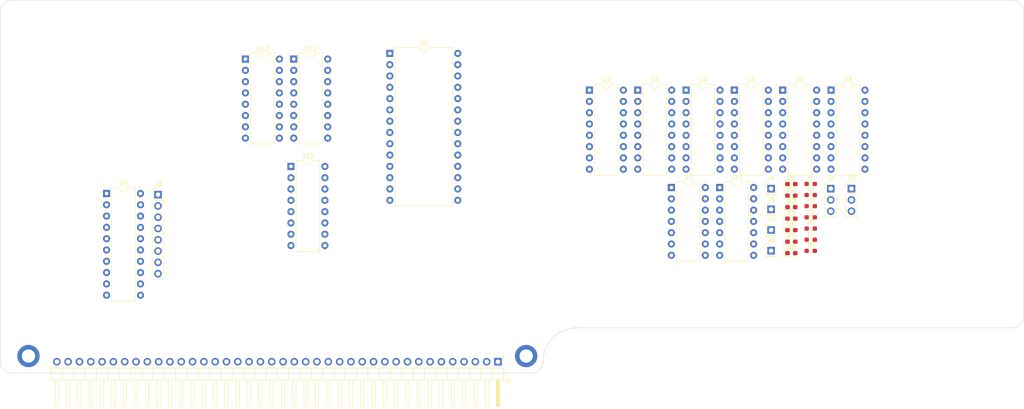
<source format=kicad_pcb>
(kicad_pcb (version 20221018) (generator pcbnew)
  (layers (0 "F.Cu" signal) (31 "B.Cu" signal) (34 "B.Paste" user) (35 "F.Paste" user) (36 "B.SilkS" user "B.Silkscreen") (37 "F.SilkS" user "F.Silkscreen") (38 "B.Mask" user) (39 "F.Mask" user) (44 "Edge.Cuts" user))
  (net 0 "")
  (net 1 "GND")
  (net 2 "Net-(D1-A)")
  (net 3 "Net-(D2-A)")
  (net 4 "Net-(D3-A)")
  (net 5 "Net-(D5-A)")
  (net 6 "Net-(D6-A)")
  (net 7 "Net-(D7-A)")
  (net 8 "Net-(D8-K)")
  (net 10 "+5V")
  (net 11 "/ext_clock")
  (net 12 "/reset_n")
  (net 13 "Net-(J1-Pin_5)")
  (net 14 "Net-(J1-Pin_6)")
  (net 15 "Net-(J1-Pin_7)")
  (net 16 "Net-(J1-Pin_8)")
  (net 17 "/Data_Bus_0_LSB")
  (net 18 "/Data_Bus_1")
  (net 19 "/Data_Bus_2")
  (net 20 "/Data_Bus_3")
  (net 21 "/Data_Bus_4")
  (net 22 "/Data_Bus_5")
  (net 23 "/Data_Bus_6")
  (net 24 "/Data_Bus_7_MSB")
  (net 25 "/Addr_0_LSB")
  (net 26 "/Addr_1")
  (net 27 "/Addr_2")
  (net 28 "/Addr_3")
  (net 29 "/Addr_4")
  (net 30 "/Addr_5")
  (net 31 "/Addr_6")
  (net 32 "/Addr_7")
  (net 33 "/Addr_8")
  (net 34 "/Addr_9")
  (net 35 "/Addr_10")
  (net 36 "/Addr_11")
  (net 37 "/Addr_12")
  (net 38 "/Addr_13")
  (net 39 "/Addr_14")
  (net 40 "/Addr_15_MSB")
  (net 41 "/Aux_Bus_0_LSB")
  (net 42 "/Aux_Bus_1")
  (net 43 "/Aux_Bus_2")
  (net 44 "/Aux_Bus_3")
  (net 45 "/Aux_Bus_4")
  (net 46 "/Aux_Bus_5")
  (net 47 "/Aux_Bus_6")
  (net 48 "/Aux_Bus_7_MSB")
  (net 49 "Net-(J5-Pin_1)")
  (net 50 "Net-(J5-Pin_2)")
  (net 51 "Net-(J5-Pin_3)")
  (net 55 "/PC_14")
  (net 56 "/PC_12")
  (net 57 "/PC_7")
  (net 58 "/PC_6")
  (net 59 "/PC_5")
  (net 60 "/PC_4")
  (net 61 "/PC_3")
  (net 62 "/PC_2")
  (net 63 "/PC_1")
  (net 64 "/PC_0")
  (net 73 "/PC_10")
  (net 74 "/PC_11")
  (net 75 "/PC_9")
  (net 76 "/PC_8")
  (net 77 "/PC_13")
  (net 78 "/ram_addr_0")
  (net 81 "/wb_4")
  (net 82 "/ram_0_n")
  (net 83 "/wb_5")
  (net 84 "/ram_1_n")
  (net 85 "/ram_2_n")
  (net 86 "/wb_6")
  (net 87 "/ram_3_n")
  (net 88 "/wb_7")
  (net 89 "/ram_addr_1")
  (net 90 "/int_bus_mux_sel_1")
  (net 91 "/anb_0")
  (net 92 "/apb_0")
  (net 95 "/int_bus_0")
  (net 96 "/int_bus_1")
  (net 99 "/apb_1")
  (net 100 "/anb_1")
  (net 101 "/int_bus_mux_sel_0")
  (net 102 "/anb_2")
  (net 103 "/apb_2")
  (net 106 "/int_bus_2")
  (net 107 "/int_bus_3")
  (net 110 "/apb_3")
  (net 111 "/anb_3")
  (net 112 "/opb_1")
  (net 113 "/opa_1")
  (net 114 "/opa_0")
  (net 115 "/opb_0")
  (net 116 "/a_plus_b_carry_in")
  (net 117 "/a_plus_b_carry_out")
  (net 118 "/opb_3")
  (net 119 "/opa_3")
  (net 120 "/opa_2")
  (net 121 "/opb_2")
  (net 123 "/a_equals_b")
  (net 125 "/jump_sel_1")
  (net 126 "/pc_load_upper_n")
  (net 132 "/jump_sel_0")
  (net 136 "/pc_reset_upper_n")
  (net 137 "/pc_clock")
  (net 138 "/pc_intermediate_carry")
  (net 140 "/pc_6_n")
  (net 141 "/pc_reset_lower")
  (net 143 "/reset_lower")
  (net 144 "/pc_3_n")
  (footprint "Resistor_SMD:R_0603_1608Metric_Pad0.98x0.95mm_HandSolder" (layer "F.Cu") (at 233.565 132.145)
    (fp_text reference "r3" (at 0 -1.43) (layer "F.SilkS"))
    (fp_text value "470")
    (pad "1" smd roundrect (at -0.9125 0) (size 0.975 0.95) (layers "F.Cu" "F.Paste" "F.Mask") (net 3 "Net-(D2-A)"))
    (pad "2" smd roundrect (at 0.9125 0) (size 0.975 0.95) (layers "F.Cu" "F.Paste" "F.Mask") (net 49 "Net-(J5-Pin_1)"))
  )
  (footprint "Package_DIP:DIP-20_W7.62mm" (layer "F.Cu") (at 75.445 129.29)
    (fp_text reference "U9" (at 3.81 -2.33) (layer "F.SilkS"))
    (fp_text value "74LS273")
    (pad "1" thru_hole rect (at 0 0) (size 1.6 1.6) (drill 0.8) (layers "*.Cu" "*.Mask"))
    (pad "2" thru_hole oval (at 0 2.54) (size 1.6 1.6) (drill 0.8) (layers "*.Cu" "*.Mask") (net 114 "/opa_0"))
    (pad "3" thru_hole oval (at 0 5.08) (size 1.6 1.6) (drill 0.8) (layers "*.Cu" "*.Mask") (net 95 "/int_bus_0"))
    (pad "4" thru_hole oval (at 0 7.62) (size 1.6 1.6) (drill 0.8) (layers "*.Cu" "*.Mask") (net 96 "/int_bus_1"))
    (pad "5" thru_hole oval (at 0 10.16) (size 1.6 1.6) (drill 0.8) (layers "*.Cu" "*.Mask") (net 113 "/opa_1"))
    (pad "6" thru_hole oval (at 0 12.7) (size 1.6 1.6) (drill 0.8) (layers "*.Cu" "*.Mask") (net 120 "/opa_2"))
    (pad "7" thru_hole oval (at 0 15.24) (size 1.6 1.6) (drill 0.8) (layers "*.Cu" "*.Mask") (net 106 "/int_bus_2"))
    (pad "8" thru_hole oval (at 0 17.78) (size 1.6 1.6) (drill 0.8) (layers "*.Cu" "*.Mask") (net 107 "/int_bus_3"))
    (pad "9" thru_hole oval (at 0 20.32) (size 1.6 1.6) (drill 0.8) (layers "*.Cu" "*.Mask") (net 119 "/opa_3"))
    (pad "10" thru_hole oval (at 0 22.86) (size 1.6 1.6) (drill 0.8) (layers "*.Cu" "*.Mask") (net 1 "GND"))
    (pad "11" thru_hole oval (at 7.62 22.86) (size 1.6 1.6) (drill 0.8) (layers "*.Cu" "*.Mask"))
    (pad "12" thru_hole oval (at 7.62 20.32) (size 1.6 1.6) (drill 0.8) (layers "*.Cu" "*.Mask") (net 81 "/wb_4"))
    (pad "13" thru_hole oval (at 7.62 17.78) (size 1.6 1.6) (drill 0.8) (layers "*.Cu" "*.Mask") (net 114 "/opa_0"))
    (pad "14" thru_hole oval (at 7.62 15.24) (size 1.6 1.6) (drill 0.8) (layers "*.Cu" "*.Mask") (net 113 "/opa_1"))
    (pad "15" thru_hole oval (at 7.62 12.7) (size 1.6 1.6) (drill 0.8) (layers "*.Cu" "*.Mask") (net 83 "/wb_5"))
    (pad "16" thru_hole oval (at 7.62 10.16) (size 1.6 1.6) (drill 0.8) (layers "*.Cu" "*.Mask") (net 86 "/wb_6"))
    (pad "17" thru_hole oval (at 7.62 7.62) (size 1.6 1.6) (drill 0.8) (layers "*.Cu" "*.Mask") (net 120 "/opa_2"))
    (pad "18" thru_hole oval (at 7.62 5.08) (size 1.6 1.6) (drill 0.8) (layers "*.Cu" "*.Mask") (net 119 "/opa_3"))
    (pad "19" thru_hole oval (at 7.62 2.54) (size 1.6 1.6) (drill 0.8) (layers "*.Cu" "*.Mask") (net 88 "/wb_7"))
    (pad "20" thru_hole oval (at 7.62 0) (size 1.6 1.6) (drill 0.8) (layers "*.Cu" "*.Mask") (net 10 "+5V"))
  )
  (footprint "Package_DIP:DIP-16_W7.62mm" (layer "F.Cu") (at 183.875 106.045)
    (fp_text reference "U2" (at 3.81 -2.33) (layer "F.SilkS"))
    (fp_text value "~")
    (pad "1" thru_hole rect (at 0 0) (size 1.6 1.6) (drill 0.8) (layers "*.Cu" "*.Mask") (net 78 "/ram_addr_0"))
    (pad "2" thru_hole oval (at 0 2.54) (size 1.6 1.6) (drill 0.8) (layers "*.Cu" "*.Mask"))
    (pad "3" thru_hole oval (at 0 5.08) (size 1.6 1.6) (drill 0.8) (layers "*.Cu" "*.Mask"))
    (pad "4" thru_hole oval (at 0 7.62) (size 1.6 1.6) (drill 0.8) (layers "*.Cu" "*.Mask") (net 81 "/wb_4"))
    (pad "5" thru_hole oval (at 0 10.16) (size 1.6 1.6) (drill 0.8) (layers "*.Cu" "*.Mask") (net 82 "/ram_0_n"))
    (pad "6" thru_hole oval (at 0 12.7) (size 1.6 1.6) (drill 0.8) (layers "*.Cu" "*.Mask") (net 83 "/wb_5"))
    (pad "7" thru_hole oval (at 0 15.24) (size 1.6 1.6) (drill 0.8) (layers "*.Cu" "*.Mask") (net 84 "/ram_1_n"))
    (pad "8" thru_hole oval (at 0 17.78) (size 1.6 1.6) (drill 0.8) (layers "*.Cu" "*.Mask") (net 1 "GND"))
    (pad "9" thru_hole oval (at 7.62 17.78) (size 1.6 1.6) (drill 0.8) (layers "*.Cu" "*.Mask") (net 85 "/ram_2_n"))
    (pad "10" thru_hole oval (at 7.62 15.24) (size 1.6 1.6) (drill 0.8) (layers "*.Cu" "*.Mask") (net 86 "/wb_6"))
    (pad "11" thru_hole oval (at 7.62 12.7) (size 1.6 1.6) (drill 0.8) (layers "*.Cu" "*.Mask") (net 87 "/ram_3_n"))
    (pad "12" thru_hole oval (at 7.62 10.16) (size 1.6 1.6) (drill 0.8) (layers "*.Cu" "*.Mask") (net 88 "/wb_7"))
    (pad "13" thru_hole oval (at 7.62 7.62) (size 1.6 1.6) (drill 0.8) (layers "*.Cu" "*.Mask") (net 1 "GND"))
    (pad "14" thru_hole oval (at 7.62 5.08) (size 1.6 1.6) (drill 0.8) (layers "*.Cu" "*.Mask") (net 1 "GND"))
    (pad "15" thru_hole oval (at 7.62 2.54) (size 1.6 1.6) (drill 0.8) (layers "*.Cu" "*.Mask") (net 89 "/ram_addr_1"))
    (pad "16" thru_hole oval (at 7.62 0) (size 1.6 1.6) (drill 0.8) (layers "*.Cu" "*.Mask") (net 10 "+5V"))
  )
  (footprint "Package_DIP:DIP-16_W7.62mm" (layer "F.Cu") (at 205.575 106.045)
    (fp_text reference "U4" (at 3.81 -2.33) (layer "F.SilkS"))
    (fp_text value "74LS153")
    (pad "1" thru_hole rect (at 0 0) (size 1.6 1.6) (drill 0.8) (layers "*.Cu" "*.Mask") (net 1 "GND"))
    (pad "2" thru_hole oval (at 0 2.54) (size 1.6 1.6) (drill 0.8) (layers "*.Cu" "*.Mask") (net 90 "/int_bus_mux_sel_1"))
    (pad "3" thru_hole oval (at 0 5.08) (size 1.6 1.6) (drill 0.8) (layers "*.Cu" "*.Mask") (net 102 "/anb_2"))
    (pad "4" thru_hole oval (at 0 7.62) (size 1.6 1.6) (drill 0.8) (layers "*.Cu" "*.Mask") (net 103 "/apb_2"))
    (pad "5" thru_hole oval (at 0 10.16) (size 1.6 1.6) (drill 0.8) (layers "*.Cu" "*.Mask"))
    (pad "6" thru_hole oval (at 0 12.7) (size 1.6 1.6) (drill 0.8) (layers "*.Cu" "*.Mask"))
    (pad "7" thru_hole oval (at 0 15.24) (size 1.6 1.6) (drill 0.8) (layers "*.Cu" "*.Mask") (net 106 "/int_bus_2"))
    (pad "8" thru_hole oval (at 0 17.78) (size 1.6 1.6) (drill 0.8) (layers "*.Cu" "*.Mask") (net 1 "GND"))
    (pad "9" thru_hole oval (at 7.62 17.78) (size 1.6 1.6) (drill 0.8) (layers "*.Cu" "*.Mask") (net 107 "/int_bus_3"))
    (pad "10" thru_hole oval (at 7.62 15.24) (size 1.6 1.6) (drill 0.8) (layers "*.Cu" "*.Mask"))
    (pad "11" thru_hole oval (at 7.62 12.7) (size 1.6 1.6) (drill 0.8) (layers "*.Cu" "*.Mask"))
    (pad "12" thru_hole oval (at 7.62 10.16) (size 1.6 1.6) (drill 0.8) (layers "*.Cu" "*.Mask") (net 110 "/apb_3"))
    (pad "13" thru_hole oval (at 7.62 7.62) (size 1.6 1.6) (drill 0.8) (layers "*.Cu" "*.Mask") (net 111 "/anb_3"))
    (pad "14" thru_hole oval (at 7.62 5.08) (size 1.6 1.6) (drill 0.8) (layers "*.Cu" "*.Mask") (net 101 "/int_bus_mux_sel_0"))
    (pad "15" thru_hole oval (at 7.62 2.54) (size 1.6 1.6) (drill 0.8) (layers "*.Cu" "*.Mask") (net 1 "GND"))
    (pad "16" thru_hole oval (at 7.62 0) (size 1.6 1.6) (drill 0.8) (layers "*.Cu" "*.Mask") (net 10 "+5V"))
  )
  (footprint "Resistor_SMD:R_0603_1608Metric_Pad0.98x0.95mm_HandSolder" (layer "F.Cu") (at 233.565 127.125)
    (fp_text reference "r1" (at 0 -1.43) (layer "F.SilkS"))
    (fp_text value "470")
    (pad "1" smd roundrect (at -0.9125 0) (size 0.975 0.95) (layers "F.Cu" "F.Paste" "F.Mask") (net 4 "Net-(D3-A)"))
    (pad "2" smd roundrect (at 0.9125 0) (size 0.975 0.95) (layers "F.Cu" "F.Paste" "F.Mask") (net 51 "Net-(J5-Pin_3)"))
  )
  (footprint "Package_DIP:DIP-16_W7.62mm" (layer "F.Cu") (at 116.85 123.205)
    (fp_text reference "U12" (at 3.81 -2.33) (layer "F.SilkS"))
    (fp_text value "74LS393")
    (pad "1" thru_hole rect (at 0 0) (size 1.6 1.6) (drill 0.8) (layers "*.Cu" "*.Mask") (net 137 "/pc_clock"))
    (pad "2" thru_hole oval (at 0 2.54) (size 1.6 1.6) (drill 0.8) (layers "*.Cu" "*.Mask") (net 141 "/pc_reset_lower"))
    (pad "3" thru_hole oval (at 0 5.08) (size 1.6 1.6) (drill 0.8) (layers "*.Cu" "*.Mask") (net 64 "/PC_0"))
    (pad "4" thru_hole oval (at 0 7.62) (size 1.6 1.6) (drill 0.8) (layers "*.Cu" "*.Mask") (net 63 "/PC_1"))
    (pad "5" thru_hole oval (at 0 10.16) (size 1.6 1.6) (drill 0.8) (layers "*.Cu" "*.Mask") (net 62 "/PC_2"))
    (pad "6" thru_hole oval (at 0 12.7) (size 1.6 1.6) (drill 0.8) (layers "*.Cu" "*.Mask") (net 61 "/PC_3"))
    (pad "7" thru_hole oval (at 0 15.24) (size 1.6 1.6) (drill 0.8) (layers "*.Cu" "*.Mask") (net 1 "GND"))
    (pad "8" thru_hole oval (at 0 17.78) (size 1.6 1.6) (drill 0.8) (layers "*.Cu" "*.Mask"))
    (pad "9" thru_hole oval (at 7.62 17.78) (size 1.6 1.6) (drill 0.8) (layers "*.Cu" "*.Mask") (net 58 "/PC_6"))
    (pad "10" thru_hole oval (at 7.62 15.24) (size 1.6 1.6) (drill 0.8) (layers "*.Cu" "*.Mask") (net 59 "/PC_5"))
    (pad "11" thru_hole oval (at 7.62 12.7) (size 1.6 1.6) (drill 0.8) (layers "*.Cu" "*.Mask") (net 60 "/PC_4"))
    (pad "12" thru_hole oval (at 7.62 10.16) (size 1.6 1.6) (drill 0.8) (layers "*.Cu" "*.Mask") (net 143 "/reset_lower"))
    (pad "13" thru_hole oval (at 7.62 7.62) (size 1.6 1.6) (drill 0.8) (layers "*.Cu" "*.Mask") (net 144 "/pc_3_n"))
    (pad "14" thru_hole oval (at 7.62 5.08) (size 1.6 1.6) (drill 0.8) (layers "*.Cu" "*.Mask") (net 10 "+5V"))
    (pad "15" thru_hole oval (at 7.62 2.54) (size 1.6 1.6) (drill 0.8) (layers "*.Cu" "*.Mask"))
    (pad "16" thru_hole oval (at 7.62 0) (size 1.6 1.6) (drill 0.8) (layers "*.Cu" "*.Mask"))
  )
  (footprint "LED_SMD:LED_0603_1608Metric_Pad1.05x0.95mm_HandSolder" (layer "F.Cu") (at 229.22 134.935)
    (fp_text reference "D5" (at 0 -1.43) (layer "F.SilkS"))
    (fp_text value "CLK")
    (pad "1" smd roundrect (at -0.875 0) (size 1.05 0.95) (layers "F.Cu" "F.Paste" "F.Mask") (net 1 "GND"))
    (pad "2" smd roundrect (at 0.875 0) (size 1.05 0.95) (layers "F.Cu" "F.Paste" "F.Mask") (net 5 "Net-(D5-A)"))
  )
  (footprint "Package_DIP:DIP-14_W7.62mm" (layer "F.Cu") (at 213.125 127.945)
    (fp_text reference "U13" (at 3.81 -2.33) (layer "F.SilkS"))
    (fp_text value "74LS04")
    (pad "1" thru_hole rect (at 0 0) (size 1.6 1.6) (drill 0.8) (layers "*.Cu" "*.Mask") (net 82 "/ram_0_n"))
    (pad "2" thru_hole oval (at 0 2.54) (size 1.6 1.6) (drill 0.8) (layers "*.Cu" "*.Mask") (net 115 "/opb_0"))
    (pad "3" thru_hole oval (at 0 5.08) (size 1.6 1.6) (drill 0.8) (layers "*.Cu" "*.Mask") (net 84 "/ram_1_n"))
    (pad "4" thru_hole oval (at 0 7.62) (size 1.6 1.6) (drill 0.8) (layers "*.Cu" "*.Mask") (net 112 "/opb_1"))
    (pad "5" thru_hole oval (at 0 10.16) (size 1.6 1.6) (drill 0.8) (layers "*.Cu" "*.Mask") (net 85 "/ram_2_n"))
    (pad "6" thru_hole oval (at 0 12.7) (size 1.6 1.6) (drill 0.8) (layers "*.Cu" "*.Mask") (net 121 "/opb_2"))
    (pad "7" thru_hole oval (at 0 15.24) (size 1.6 1.6) (drill 0.8) (layers "*.Cu" "*.Mask") (net 1 "GND"))
    (pad "8" thru_hole oval (at 7.62 15.24) (size 1.6 1.6) (drill 0.8) (layers "*.Cu" "*.Mask") (net 118 "/opb_3"))
    (pad "9" thru_hole oval (at 7.62 12.7) (size 1.6 1.6) (drill 0.8) (layers "*.Cu" "*.Mask") (net 87 "/ram_3_n"))
    (pad "10" thru_hole oval (at 7.62 10.16) (size 1.6 1.6) (drill 0.8) (layers "*.Cu" "*.Mask") (net 144 "/pc_3_n"))
    (pad "11" thru_hole oval (at 7.62 7.62) (size 1.6 1.6) (drill 0.8) (layers "*.Cu" "*.Mask") (net 61 "/PC_3"))
    (pad "12" thru_hole oval (at 7.62 5.08) (size 1.6 1.6) (drill 0.8) (layers "*.Cu" "*.Mask") (net 140 "/pc_6_n"))
    (pad "13" thru_hole oval (at 7.62 2.54) (size 1.6 1.6) (drill 0.8) (layers "*.Cu" "*.Mask") (net 58 "/PC_6"))
    (pad "14" thru_hole oval (at 7.62 0) (size 1.6 1.6) (drill 0.8) (layers "*.Cu" "*.Mask") (net 10 "+5V"))
  )
  (footprint "Connector_PinHeader_2.54mm:PinHeader_1x01_P2.54mm_Vertical" (layer "F.Cu") (at 224.675 137.495)
    (fp_text reference "J7" (at 0 -2.33) (layer "F.SilkS"))
    (fp_text value "Conn_01x01_Pin")
    (pad "1" thru_hole rect (at 0 0) (size 1.7 1.7) (drill 1) (layers "*.Cu" "*.Mask") (net 11 "/ext_clock"))
  )
  (footprint "LED_SMD:LED_0603_1608Metric_Pad1.05x0.95mm_HandSolder" (layer "F.Cu") (at 229.22 142.705)
    (fp_text reference "D8" (at 0 -1.43) (layer "F.SilkS"))
    (fp_text value "RESET")
    (pad "1" smd roundrect (at -0.875 0) (size 1.05 0.95) (layers "F.Cu" "F.Paste" "F.Mask") (net 8 "Net-(D8-K)"))
    (pad "2" smd roundrect (at 0.875 0) (size 1.05 0.95) (layers "F.Cu" "F.Paste" "F.Mask"))
  )
  (footprint "Connector_PinHeader_2.54mm:PinHeader_1x40_P2.54mm_Horizontal" (layer "F.Cu") (at 163.333592 167.10978 -90)
    (fp_text reference "J1" (at 4.385 -2.27 90) (layer "F.SilkS"))
    (fp_text value "Conn_01x40_Pin")
    (pad "1" thru_hole rect (at 0 0 270) (size 1.7 1.7) (drill 1) (layers "*.Cu" "*.Mask") (net 10 "+5V"))
    (pad "2" thru_hole oval (at 0 2.54 270) (size 1.7 1.7) (drill 1) (layers "*.Cu" "*.Mask") (net 1 "GND"))
    (pad "3" thru_hole oval (at 0 5.08 270) (size 1.7 1.7) (drill 1) (layers "*.Cu" "*.Mask") (net 11 "/ext_clock"))
    (pad "4" thru_hole oval (at 0 7.62 270) (size 1.7 1.7) (drill 1) (layers "*.Cu" "*.Mask") (net 12 "/reset_n"))
    (pad "5" thru_hole oval (at 0 10.16 270) (size 1.7 1.7) (drill 1) (layers "*.Cu" "*.Mask") (net 13 "Net-(J1-Pin_5)"))
    (pad "6" thru_hole oval (at 0 12.7 270) (size 1.7 1.7) (drill 1) (layers "*.Cu" "*.Mask") (net 14 "Net-(J1-Pin_6)"))
    (pad "7" thru_hole oval (at 0 15.24 270) (size 1.7 1.7) (drill 1) (layers "*.Cu" "*.Mask") (net 15 "Net-(J1-Pin_7)"))
    (pad "8" thru_hole oval (at 0 17.78 270) (size 1.7 1.7) (drill 1) (layers "*.Cu" "*.Mask") (net 16 "Net-(J1-Pin_8)"))
    (pad "9" thru_hole oval (at 0 20.32 270) (size 1.7 1.7) (drill 1) (layers "*.Cu" "*.Mask") (net 17 "/Data_Bus_0_LSB"))
    (pad "10" thru_hole oval (at 0 22.86 270) (size 1.7 1.7) (drill 1) (layers "*.Cu" "*.Mask") (net 18 "/Data_Bus_1"))
    (pad "11" thru_hole oval (at 0 25.4 270) (size 1.7 1.7) (drill 1) (layers "*.Cu" "*.Mask") (net 19 "/Data_Bus_2"))
    (pad "12" thru_hole oval (at 0 27.94 270) (size 1.7 1.7) (drill 1) (layers "*.Cu" "*.Mask") (net 20 "/Data_Bus_3"))
    (pad "13" thru_hole oval (at 0 30.48 270) (size 1.7 1.7) (drill 1) (layers "*.Cu" "*.Mask") (net 21 "/Data_Bus_4"))
    (pad "14" thru_hole oval (at 0 33.02 270) (size 1.7 1.7) (drill 1) (layers "*.Cu" "*.Mask") (net 22 "/Data_Bus_5"))
    (pad "15" thru_hole oval (at 0 35.56 270) (size 1.7 1.7) (drill 1) (layers "*.Cu" "*.Mask") (net 23 "/Data_Bus_6"))
    (pad "16" thru_hole oval (at 0 38.1 270) (size 1.7 1.7) (drill 1) (layers "*.Cu" "*.Mask") (net 24 "/Data_Bus_7_MSB"))
    (pad "17" thru_hole oval (at 0 40.64 270) (size 1.7 1.7) (drill 1) (layers "*.Cu" "*.Mask") (net 25 "/Addr_0_LSB"))
    (pad "18" thru_hole oval (at 0 43.18 270) (size 1.7 1.7) (drill 1) (layers "*.Cu" "*.Mask") (net 26 "/Addr_1"))
    (pad "19" thru_hole oval (at 0 45.72 270) (size 1.7 1.7) (drill 1) (layers "*.Cu" "*.Mask") (net 27 "/Addr_2"))
    (pad "20" thru_hole oval (at 0 48.26 270) (size 1.7 1.7) (drill 1) (layers "*.Cu" "*.Mask") (net 28 "/Addr_3"))
    (pad "21" thru_hole oval (at 0 50.8 270) (size 1.7 1.7) (drill 1) (layers "*.Cu" "*.Mask") (net 29 "/Addr_4"))
    (pad "22" thru_hole oval (at 0 53.34 270) (size 1.7 1.7) (drill 1) (layers "*.Cu" "*.Mask") (net 30 "/Addr_5"))
    (pad "23" thru_hole oval (at 0 55.88 270) (size 1.7 1.7) (drill 1) (layers "*.Cu" "*.Mask") (net 31 "/Addr_6"))
    (pad "24" thru_hole oval (at 0 58.42 270) (size 1.7 1.7) (drill 1) (layers "*.Cu" "*.Mask") (net 32 "/Addr_7"))
    (pad "25" thru_hole oval (at 0 60.96 270) (size 1.7 1.7) (drill 1) (layers "*.Cu" "*.Mask") (net 33 "/Addr_8"))
    (pad "26" thru_hole oval (at 0 63.5 270) (size 1.7 1.7) (drill 1) (layers "*.Cu" "*.Mask") (net 34 "/Addr_9"))
    (pad "27" thru_hole oval (at 0 66.04 270) (size 1.7 1.7) (drill 1) (layers "*.Cu" "*.Mask") (net 35 "/Addr_10"))
    (pad "28" thru_hole oval (at 0 68.58 270) (size 1.7 1.7) (drill 1) (layers "*.Cu" "*.Mask") (net 36 "/Addr_11"))
    (pad "29" thru_hole oval (at 0 71.12 270) (size 1.7 1.7) (drill 1) (layers "*.Cu" "*.Mask") (net 37 "/Addr_12"))
    (pad "30" thru_hole oval (at 0 73.66 270) (size 1.7 1.7) (drill 1) (layers "*.Cu" "*.Mask") (net 38 "/Addr_13"))
    (pad "31" thru_hole oval (at 0 76.2 270) (size 1.7 1.7) (drill 1) (layers "*.Cu" "*.Mask") (net 39 "/Addr_14"))
    (pad "32" thru_hole oval (at 0 78.74 270) (size 1.7 1.7) (drill 1) (layers "*.Cu" "*.Mask") (net 40 "/Addr_15_MSB"))
    (pad "33" thru_hole oval (at 0 81.28 270) (size 1.7 1.7) (drill 1) (layers "*.Cu" "*.Mask") (net 41 "/Aux_Bus_0_LSB"))
    (pad "34" thru_hole oval (at 0 83.82 270) (size 1.7 1.7) (drill 1) (layers "*.Cu" "*.Mask") (net 42 "/Aux_Bus_1"))
    (pad "35" thru_hole oval (at 0 86.36 270) (size 1.7 1.7) (drill 1) (layers "*.Cu" "*.Mask") (net 43 "/Aux_Bus_2"))
    (pad "36" thru_hole oval (at 0 88.9 270) (size 1.7 1.7) (drill 1) (layers "*.Cu" "*.Mask") (net 44 "/Aux_Bus_3"))
    (pad "37" thru_hole oval (at 0 91.44 270) (size 1.7 1.7) (drill 1) (layers "*.Cu" "*.Mask") (net 45 "/Aux_Bus_4"))
    (pad "38" thru_hole oval (at 0 93.98 270) (size 1.7 1.7) (drill 1) (layers "*.Cu" "*.Mask") (net 46 "/Aux_Bus_5"))
    (pad "39" thru_hole oval (at 0 96.52 270) (size 1.7 1.7) (drill 1) (layers "*.Cu" "*.Mask") (net 47 "/Aux_Bus_6"))
    (pad "40" thru_hole oval (at 0 99.06 270) (size 1.7 1.7) (drill 1) (layers "*.Cu" "*.Mask") (net 48 "/Aux_Bus_7_MSB"))
  )
  (footprint "Connector_PinHeader_2.54mm:PinHeader_1x01_P2.54mm_Vertical" (layer "F.Cu") (at 224.675 128.195)
    (fp_text reference "J4" (at 0 -2.33) (layer "F.SilkS"))
    (fp_text value "Conn_01x01_Pin")
    (pad "1" thru_hole rect (at 0 0) (size 1.7 1.7) (drill 1) (layers "*.Cu" "*.Mask") (net 13 "Net-(J1-Pin_5)"))
  )
  (footprint "Connector_PinHeader_2.54mm:PinHeader_1x08_P2.54mm_Vertical" (layer "F.Cu") (at 86.995 129.54)
    (fp_text reference "J3" (at 0 -2.33) (layer "F.SilkS"))
    (fp_text value "Conn_01x08_Pin")
    (pad "1" thru_hole rect (at 0 0) (size 1.7 1.7) (drill 1) (layers "*.Cu" "*.Mask") (net 41 "/Aux_Bus_0_LSB"))
    (pad "2" thru_hole oval (at 0 2.54) (size 1.7 1.7) (drill 1) (layers "*.Cu" "*.Mask") (net 42 "/Aux_Bus_1"))
    (pad "3" thru_hole oval (at 0 5.08) (size 1.7 1.7) (drill 1) (layers "*.Cu" "*.Mask") (net 43 "/Aux_Bus_2"))
    (pad "4" thru_hole oval (at 0 7.62) (size 1.7 1.7) (drill 1) (layers "*.Cu" "*.Mask") (net 44 "/Aux_Bus_3"))
    (pad "5" thru_hole oval (at 0 10.16) (size 1.7 1.7) (drill 1) (layers "*.Cu" "*.Mask") (net 45 "/Aux_Bus_4"))
    (pad "6" thru_hole oval (at 0 12.7) (size 1.7 1.7) (drill 1) (layers "*.Cu" "*.Mask") (net 46 "/Aux_Bus_5"))
    (pad "7" thru_hole oval (at 0 15.24) (size 1.7 1.7) (drill 1) (layers "*.Cu" "*.Mask") (net 47 "/Aux_Bus_6"))
    (pad "8" thru_hole oval (at 0 17.78) (size 1.7 1.7) (drill 1) (layers "*.Cu" "*.Mask") (net 48 "/Aux_Bus_7_MSB"))
  )
  (footprint "Connector_PinHeader_2.54mm:PinHeader_1x03_P2.54mm_Vertical" (layer "F.Cu") (at 238.065 128.195)
    (fp_text reference "J2" (at 0 -2.33) (layer "F.SilkS"))
    (fp_text value "Conn_01x03_Pin")
    (pad "1" thru_hole rect (at 0 0) (size 1.7 1.7) (drill 1) (layers "*.Cu" "*.Mask") (net 16 "Net-(J1-Pin_8)"))
    (pad "2" thru_hole oval (at 0 2.54) (size 1.7 1.7) (drill 1) (layers "*.Cu" "*.Mask") (net 15 "Net-(J1-Pin_7)"))
    (pad "3" thru_hole oval (at 0 5.08) (size 1.7 1.7) (drill 1) (layers "*.Cu" "*.Mask") (net 14 "Net-(J1-Pin_6)"))
  )
  (footprint "Package_DIP:DIP-16_W7.62mm" (layer "F.Cu") (at 216.425 106.045)
    (fp_text reference "U5" (at 3.81 -2.33) (layer "F.SilkS"))
    (fp_text value "74LS283")
    (pad "1" thru_hole rect (at 0 0) (size 1.6 1.6) (drill 0.8) (layers "*.Cu" "*.Mask") (net 99 "/apb_1"))
    (pad "2" thru_hole oval (at 0 2.54) (size 1.6 1.6) (drill 0.8) (layers "*.Cu" "*.Mask") (net 112 "/opb_1"))
    (pad "3" thru_hole oval (at 0 5.08) (size 1.6 1.6) (drill 0.8) (layers "*.Cu" "*.Mask") (net 113 "/opa_1"))
    (pad "4" thru_hole oval (at 0 7.62) (size 1.6 1.6) (drill 0.8) (layers "*.Cu" "*.Mask") (net 92 "/apb_0"))
    (pad "5" thru_hole oval (at 0 10.16) (size 1.6 1.6) (drill 0.8) (layers "*.Cu" "*.Mask") (net 114 "/opa_0"))
    (pad "6" thru_hole oval (at 0 12.7) (size 1.6 1.6) (drill 0.8) (layers "*.Cu" "*.Mask") (net 115 "/opb_0"))
    (pad "7" thru_hole oval (at 0 15.24) (size 1.6 1.6) (drill 0.8) (layers "*.Cu" "*.Mask") (net 116 "/a_plus_b_carry_in"))
    (pad "8" thru_hole oval (at 0 17.78) (size 1.6 1.6) (drill 0.8) (layers "*.Cu" "*.Mask") (net 1 "GND"))
    (pad "9" thru_hole oval (at 7.62 17.78) (size 1.6 1.6) (drill 0.8) (layers "*.Cu" "*.Mask") (net 117 "/a_plus_b_carry_out"))
    (pad "10" thru_hole oval (at 7.62 15.24) (size 1.6 1.6) (drill 0.8) (layers "*.Cu" "*.Mask") (net 110 "/apb_3"))
    (pad "11" thru_hole oval (at 7.62 12.7) (size 1.6 1.6) (drill 0.8) (layers "*.Cu" "*.Mask") (net 118 "/opb_3"))
    (pad "12" thru_hole oval (at 7.62 10.16) (size 1.6 1.6) (drill 0.8) (layers "*.Cu" "*.Mask") (net 119 "/opa_3"))
    (pad "13" thru_hole oval (at 7.62 7.62) (size 1.6 1.6) (drill 0.8) (layers "*.Cu" "*.Mask") (net 103 "/apb_2"))
    (pad "14" thru_hole oval (at 7.62 5.08) (size 1.6 1.6) (drill 0.8) (layers "*.Cu" "*.Mask") (net 120 "/opa_2"))
    (pad "15" thru_hole oval (at 7.62 2.54) (size 1.6 1.6) (drill 0.8) (layers "*.Cu" "*.Mask") (net 121 "/opb_2"))
    (pad "16" thru_hole oval (at 7.62 0) (size 1.6 1.6) (drill 0.8) (layers "*.Cu" "*.Mask") (net 10 "+5V"))
  )
  (footprint "Package_DIP:DIP-16_W7.62mm" (layer "F.Cu") (at 238.125 106.045)
    (fp_text reference "U8" (at 3.81 -2.33) (layer "F.SilkS"))
    (fp_text value "74LS153")
    (pad "1" thru_hole rect (at 0 0) (size 1.6 1.6) (drill 0.8) (layers "*.Cu" "*.Mask") (net 1 "GND"))
    (pad "2" thru_hole oval (at 0 2.54) (size 1.6 1.6) (drill 0.8) (layers "*.Cu" "*.Mask") (net 125 "/jump_sel_1"))
    (pad "3" thru_hole oval (at 0 5.08) (size 1.6 1.6) (drill 0.8) (layers "*.Cu" "*.Mask") (net 10 "+5V"))
    (pad "4" thru_hole oval (at 0 7.62) (size 1.6 1.6) (drill 0.8) (layers "*.Cu" "*.Mask") (net 117 "/a_plus_b_carry_out"))
    (pad "5" thru_hole oval (at 0 10.16) (size 1.6 1.6) (drill 0.8) (layers "*.Cu" "*.Mask") (net 123 "/a_equals_b"))
    (pad "6" thru_hole oval (at 0 12.7) (size 1.6 1.6) (drill 0.8) (layers "*.Cu" "*.Mask") (net 1 "GND"))
    (pad "7" thru_hole oval (at 0 15.24) (size 1.6 1.6) (drill 0.8) (layers "*.Cu" "*.Mask") (net 126 "/pc_load_upper_n"))
    (pad "8" thru_hole oval (at 0 17.78) (size 1.6 1.6) (drill 0.8) (layers "*.Cu" "*.Mask") (net 1 "GND"))
    (pad "9" thru_hole oval (at 7.62 17.78) (size 1.6 1.6) (drill 0.8) (layers "*.Cu" "*.Mask"))
    (pad "10" thru_hole oval (at 7.62 15.24) (size 1.6 1.6) (drill 0.8) (layers "*.Cu" "*.Mask"))
    (pad "11" thru_hole oval (at 7.62 12.7) (size 1.6 1.6) (drill 0.8) (layers "*.Cu" "*.Mask"))
    (pad "12" thru_hole oval (at 7.62 10.16) (size 1.6 1.6) (drill 0.8) (layers "*.Cu" "*.Mask"))
    (pad "13" thru_hole oval (at 7.62 7.62) (size 1.6 1.6) (drill 0.8) (layers "*.Cu" "*.Mask"))
    (pad "14" thru_hole oval (at 7.62 5.08) (size 1.6 1.6) (drill 0.8) (layers "*.Cu" "*.Mask") (net 132 "/jump_sel_0"))
    (pad "15" thru_hole oval (at 7.62 2.54) (size 1.6 1.6) (drill 0.8) (layers "*.Cu" "*.Mask"))
    (pad "16" thru_hole oval (at 7.62 0) (size 1.6 1.6) (drill 0.8) (layers "*.Cu" "*.Mask") (net 10 "+5V"))
  )
  (footprint "Package_DIP:DIP-16_W7.62mm" (layer "F.Cu") (at 194.725 106.045)
    (fp_text reference "U3" (at 3.81 -2.33) (layer "F.SilkS"))
    (fp_text value "74LS153")
    (pad "1" thru_hole rect (at 0 0) (size 1.6 1.6) (drill 0.8) (layers "*.Cu" "*.Mask") (net 1 "GND"))
    (pad "2" thru_hole oval (at 0 2.54) (size 1.6 1.6) (drill 0.8) (layers "*.Cu" "*.Mask") (net 90 "/int_bus_mux_sel_1"))
    (pad "3" thru_hole oval (at 0 5.08) (size 1.6 1.6) (drill 0.8) (layers "*.Cu" "*.Mask") (net 91 "/anb_0"))
    (pad "4" thru_hole oval (at 0 7.62) (size 1.6 1.6) (drill 0.8) (layers "*.Cu" "*.Mask") (net 92 "/apb_0"))
    (pad "5" thru_hole oval (at 0 10.16) (size 1.6 1.6) (drill 0.8) (layers "*.Cu" "*.Mask"))
    (pad "6" thru_hole oval (at 0 12.7) (size 1.6 1.6) (drill 0.8) (layers "*.Cu" "*.Mask"))
    (pad "7" thru_hole oval (at 0 15.24) (size 1.6 1.6) (drill 0.8) (layers "*.Cu" "*.Mask") (net 95 "/int_bus_0"))
    (pad "8" thru_hole oval (at 0 17.78) (size 1.6 1.6) (drill 0.8) (layers "*.Cu" "*.Mask") (net 1 "GND"))
    (pad "9" thru_hole oval (at 7.62 17.78) (size 1.6 1.6) (drill 0.8) (layers "*.Cu" "*.Mask") (net 96 "/int_bus_1"))
    (pad "10" thru_hole oval (at 7.62 15.24) (size 1.6 1.6) (drill 0.8) (layers "*.Cu" "*.Mask"))
    (pad "11" thru_hole oval (at 7.62 12.7) (size 1.6 1.6) (drill 0.8) (layers "*.Cu" "*.Mask"))
    (pad "12" thru_hole oval (at 7.62 10.16) (size 1.6 1.6) (drill 0.8) (layers "*.Cu" "*.Mask") (net 99 "/apb_1"))
    (pad "13" thru_hole oval (at 7.62 7.62) (size 1.6 1.6) (drill 0.8) (layers "*.Cu" "*.Mask") (net 100 "/anb_1"))
    (pad "14" thru_hole oval (at 7.62 5.08) (size 1.6 1.6) (drill 0.8) (layers "*.Cu" "*.Mask") (net 101 "/int_bus_mux_sel_0"))
    (pad "15" thru_hole oval (at 7.62 2.54) (size 1.6 1.6) (drill 0.8) (layers "*.Cu" "*.Mask") (net 1 "GND"))
    (pad "16" thru_hole oval (at 7.62 0) (size 1.6 1.6) (drill 0.8) (layers "*.Cu" "*.Mask") (net 10 "+5V"))
  )
  (footprint "Package_DIP:DIP-16_W7.62mm" (layer "F.Cu") (at 227.275 106.045)
    (fp_text reference "U6" (at 3.81 -2.33) (layer "F.SilkS"))
    (fp_text value "74LS85")
    (pad "1" thru_hole rect (at 0 0) (size 1.6 1.6) (drill 0.8) (layers "*.Cu" "*.Mask") (net 118 "/opb_3"))
    (pad "2" thru_hole oval (at 0 2.54) (size 1.6 1.6) (drill 0.8) (layers "*.Cu" "*.Mask") (net 1 "GND"))
    (pad "3" thru_hole oval (at 0 5.08) (size 1.6 1.6) (drill 0.8) (layers "*.Cu" "*.Mask") (net 1 "GND"))
    (pad "4" thru_hole oval (at 0 7.62) (size 1.6 1.6) (drill 0.8) (layers "*.Cu" "*.Mask") (net 1 "GND"))
    (pad "5" thru_hole oval (at 0 10.16) (size 1.6 1.6) (drill 0.8) (layers "*.Cu" "*.Mask"))
    (pad "6" thru_hole oval (at 0 12.7) (size 1.6 1.6) (drill 0.8) (layers "*.Cu" "*.Mask") (net 123 "/a_equals_b"))
    (pad "7" thru_hole oval (at 0 15.24) (size 1.6 1.6) (drill 0.8) (layers "*.Cu" "*.Mask"))
    (pad "8" thru_hole oval (at 0 17.78) (size 1.6 1.6) (drill 0.8) (layers "*.Cu" "*.Mask") (net 1 "GND"))
    (pad "9" thru_hole oval (at 7.62 17.78) (size 1.6 1.6) (drill 0.8) (layers "*.Cu" "*.Mask") (net 115 "/opb_0"))
    (pad "10" thru_hole oval (at 7.62 15.24) (size 1.6 1.6) (drill 0.8) (layers "*.Cu" "*.Mask") (net 114 "/opa_0"))
    (pad "11" thru_hole oval (at 7.62 12.7) (size 1.6 1.6) (drill 0.8) (layers "*.Cu" "*.Mask") (net 112 "/opb_1"))
    (pad "12" thru_hole oval (at 7.62 10.16) (size 1.6 1.6) (drill 0.8) (layers "*.Cu" "*.Mask") (net 113 "/opa_1"))
    (pad "13" thru_hole oval (at 7.62 7.62) (size 1.6 1.6) (drill 0.8) (layers "*.Cu" "*.Mask") (net 120 "/opa_2"))
    (pad "14" thru_hole oval (at 7.62 5.08) (size 1.6 1.6) (drill 0.8) (layers "*.Cu" "*.Mask") (net 121 "/opb_2"))
    (pad "15" thru_hole oval (at 7.62 2.54) (size 1.6 1.6) (drill 0.8) (layers "*.Cu" "*.Mask") (net 119 "/opa_3"))
    (pad "16" thru_hole oval (at 7.62 0) (size 1.6 1.6) (drill 0.8) (layers "*.Cu" "*.Mask") (net 10 "+5V"))
  )
  (footprint "Resistor_SMD:R_0603_1608Metric_Pad0.98x0.95mm_HandSolder" (layer "F.Cu") (at 233.565 134.655)
    (fp_text reference "r5" (at 0 -1.43) (layer "F.SilkS"))
    (fp_text value "470")
    (pad "1" smd roundrect (at -0.9125 0) (size 0.975 0.95) (layers "F.Cu" "F.Paste" "F.Mask") (net 12 "/reset_n"))
    (pad "2" smd roundrect (at 0.9125 0) (size 0.975 0.95) (layers "F.Cu" "F.Paste" "F.Mask") (net 8 "Net-(D8-K)"))
  )
  (footprint "Connector_PinHeader_2.54mm:PinHeader_1x03_P2.54mm_Vertical" (layer "F.Cu") (at 242.715 128.195)
    (fp_text reference "J5" (at 0 -2.33) (layer "F.SilkS"))
    (fp_text value "Conn_01x03_Pin")
    (pad "1" thru_hole rect (at 0 0) (size 1.7 1.7) (drill 1) (layers "*.Cu" "*.Mask") (net 49 "Net-(J5-Pin_1)"))
    (pad "2" thru_hole oval (at 0 2.54) (size 1.7 1.7) (drill 1) (layers "*.Cu" "*.Mask") (net 50 "Net-(J5-Pin_2)"))
    (pad "3" thru_hole oval (at 0 5.08) (size 1.7 1.7) (drill 1) (layers "*.Cu" "*.Mask") (net 51 "Net-(J5-Pin_3)"))
  )
  (footprint "Resistor_SMD:R_0603_1608Metric_Pad0.98x0.95mm_HandSolder" (layer "F.Cu") (at 233.565 139.675)
    (fp_text reference "r7" (at 0 -1.43) (layer "F.SilkS"))
    (fp_text value "470")
    (pad "1" smd roundrect (at -0.9125 0) (size 0.975 0.95) (layers "F.Cu" "F.Paste" "F.Mask") (net 5 "Net-(D5-A)"))
    (pad "2" smd roundrect (at 0.9125 0) (size 0.975 0.95) (layers "F.Cu" "F.Paste" "F.Mask"))
  )
  (footprint "Connector_PinHeader_2.54mm:PinHeader_1x01_P2.54mm_Vertical" (layer "F.Cu") (at 224.675 142.145)
    (fp_text reference "J8" (at 0 -2.33) (layer "F.SilkS"))
    (fp_text value "Conn_01x01_Pin")
    (pad "1" thru_hole rect (at 0 0) (size 1.7 1.7) (drill 1) (layers "*.Cu" "*.Mask") (net 12 "/reset_n"))
  )
  (footprint "LED_SMD:LED_0603_1608Metric_Pad1.05x0.95mm_HandSolder" (layer "F.Cu") (at 229.22 127.165)
    (fp_text reference "D1" (at 0 -1.43) (layer "F.SilkS"))
    (fp_text value "Ext1")
    (pad "1" smd roundrect (at -0.875 0) (size 1.05 0.95) (layers "F.Cu" "F.Paste" "F.Mask") (net 1 "GND"))
    (pad "2" smd roundrect (at 0.875 0) (size 1.05 0.95) (layers "F.Cu" "F.Paste" "F.Mask") (net 2 "Net-(D1-A)"))
  )
  (footprint "LED_SMD:LED_0603_1608Metric_Pad1.05x0.95mm_HandSolder" (layer "F.Cu") (at 229.22 140.115)
    (fp_text reference "D7" (at 0 -1.43) (layer "F.SilkS"))
    (fp_text value "3V3_RAW")
    (pad "1" smd roundrect (at -0.875 0) (size 1.05 0.95) (layers "F.Cu" "F.Paste" "F.Mask") (net 1 "GND"))
    (pad "2" smd roundrect (at 0.875 0) (size 1.05 0.95) (layers "F.Cu" "F.Paste" "F.Mask") (net 7 "Net-(D7-A)"))
  )
  (footprint "LED_SMD:LED_0603_1608Metric_Pad1.05x0.95mm_HandSolder" (layer "F.Cu") (at 229.22 132.345)
    (fp_text reference "D3" (at 0 -1.43) (layer "F.SilkS"))
    (fp_text value "Ext2")
    (pad "1" smd roundrect (at -0.875 0) (size 1.05 0.95) (layers "F.Cu" "F.Paste" "F.Mask") (net 1 "GND"))
    (pad "2" smd roundrect (at 0.875 0) (size 1.05 0.95) (layers "F.Cu" "F.Paste" "F.Mask") (net 4 "Net-(D3-A)"))
  )
  (footprint "Resistor_SMD:R_0603_1608Metric_Pad0.98x0.95mm_HandSolder" (layer "F.Cu") (at 233.565 129.635)
    (fp_text reference "r2" (at 0 -1.43) (layer "F.SilkS"))
    (fp_text value "470")
    (pad "1" smd roundrect (at -0.9125 0) (size 0.975 0.95) (layers "F.Cu" "F.Paste" "F.Mask") (net 2 "Net-(D1-A)"))
    (pad "2" smd roundrect (at 0.9125 0) (size 0.975 0.95) (layers "F.Cu" "F.Paste" "F.Mask") (net 50 "Net-(J5-Pin_2)"))
  )
  (footprint "Package_DIP:DIP-16_W7.62mm" (layer "F.Cu") (at 106.625 99.06)
    (fp_text reference "U10" (at 3.81 -2.33) (layer "F.SilkS"))
    (fp_text value "74LS161")
    (pad "1" thru_hole rect (at 0 0) (size 1.6 1.6) (drill 0.8) (layers "*.Cu" "*.Mask") (net 136 "/pc_reset_upper_n"))
    (pad "2" thru_hole oval (at 0 2.54) (size 1.6 1.6) (drill 0.8) (layers "*.Cu" "*.Mask") (net 137 "/pc_clock"))
    (pad "3" thru_hole oval (at 0 5.08) (size 1.6 1.6) (drill 0.8) (layers "*.Cu" "*.Mask") (net 81 "/wb_4"))
    (pad "4" thru_hole oval (at 0 7.62) (size 1.6 1.6) (drill 0.8) (layers "*.Cu" "*.Mask") (net 83 "/wb_5"))
    (pad "5" thru_hole oval (at 0 10.16) (size 1.6 1.6) (drill 0.8) (layers "*.Cu" "*.Mask") (net 86 "/wb_6"))
    (pad "6" thru_hole oval (at 0 12.7) (size 1.6 1.6) (drill 0.8) (layers "*.Cu" "*.Mask") (net 88 "/wb_7"))
    (pad "7" thru_hole oval (at 0 15.24) (size 1.6 1.6) (drill 0.8) (layers "*.Cu" "*.Mask") (net 138 "/pc_intermediate_carry"))
    (pad "8" thru_hole oval (at 0 17.78) (size 1.6 1.6) (drill 0.8) (layers "*.Cu" "*.Mask") (net 1 "GND"))
    (pad "9" thru_hole oval (at 7.62 17.78) (size 1.6 1.6) (drill 0.8) (layers "*.Cu" "*.Mask") (net 126 "/pc_load_upper_n"))
    (pad "10" thru_hole oval (at 7.62 15.24) (size 1.6 1.6) (drill 0.8) (layers "*.Cu" "*.Mask") (net 138 "/pc_intermediate_carry"))
    (pad "11" thru_hole oval (at 7.62 12.7) (size 1.6 1.6) (drill 0.8) (layers "*.Cu" "*.Mask") (net 55 "/PC_14"))
    (pad "12" thru_hole oval (at 7.62 10.16) (size 1.6 1.6) (drill 0.8) (layers "*.Cu" "*.Mask") (net 77 "/PC_13"))
    (pad "13" thru_hole oval (at 7.62 7.62) (size 1.6 1.6) (drill 0.8) (layers "*.Cu" "*.Mask") (net 56 "/PC_12"))
    (pad "14" thru_hole oval (at 7.62 5.08) (size 1.6 1.6) (drill 0.8) (layers "*.Cu" "*.Mask") (net 74 "/PC_11"))
    (pad "15" thru_hole oval (at 7.62 2.54) (size 1.6 1.6) (drill 0.8) (layers "*.Cu" "*.Mask"))
    (pad "16" thru_hole oval (at 7.62 0) (size 1.6 1.6) (drill 0.8) (layers "*.Cu" "*.Mask") (net 10 "+5V"))
  )
  (footprint "LED_SMD:LED_0603_1608Metric_Pad1.05x0.95mm_HandSolder" (layer "F.Cu") (at 229.22 137.525)
    (fp_text reference "D6" (at 0 -1.43) (layer "F.SilkS"))
    (fp_text value "5V")
    (pad "1" smd roundrect (at -0.875 0) (size 1.05 0.95) (layers "F.Cu" "F.Paste" "F.Mask") (net 1 "GND"))
    (pad "2" smd roundrect (at 0.875 0) (size 1.05 0.95) (layers "F.Cu" "F.Paste" "F.Mask") (net 6 "Net-(D6-A)"))
  )
  (footprint "Package_DIP:DIP-14_W7.62mm" (layer "F.Cu") (at 202.275 127.945)
    (fp_text reference "U7" (at 3.81 -2.33) (layer "F.SilkS"))
    (fp_text value "74LS00")
    (pad "1" thru_hole rect (at 0 0) (size 1.6 1.6) (drill 0.8) (layers "*.Cu" "*.Mask") (net 114 "/opa_0"))
    (pad "2" thru_hole oval (at 0 2.54) (size 1.6 1.6) (drill 0.8) (layers "*.Cu" "*.Mask") (net 115 "/opb_0"))
    (pad "3" thru_hole oval (at 0 5.08) (size 1.6 1.6) (drill 0.8) (layers "*.Cu" "*.Mask") (net 91 "/anb_0"))
    (pad "4" thru_hole oval (at 0 7.62) (size 1.6 1.6) (drill 0.8) (layers "*.Cu" "*.Mask") (net 113 "/opa_1"))
    (pad "5" thru_hole oval (at 0 10.16) (size 1.6 1.6) (drill 0.8) (layers "*.Cu" "*.Mask") (net 112 "/opb_1"))
    (pad "6" thru_hole oval (at 0 12.7) (size 1.6 1.6) (drill 0.8) (layers "*.Cu" "*.Mask") (net 100 "/anb_1"))
    (pad "7" thru_hole oval (at 0 15.24) (size 1.6 1.6) (drill 0.8) (layers "*.Cu" "*.Mask") (net 1 "GND"))
    (pad "8" thru_hole oval (at 7.62 15.24) (size 1.6 1.6) (drill 0.8) (layers "*.Cu" "*.Mask") (net 102 "/anb_2"))
    (pad "9" thru_hole oval (at 7.62 12.7) (size 1.6 1.6) (drill 0.8) (layers "*.Cu" "*.Mask") (net 120 "/opa_2"))
    (pad "10" thru_hole oval (at 7.62 10.16) (size 1.6 1.6) (drill 0.8) (layers "*.Cu" "*.Mask") (net 121 "/opb_2"))
    (pad "11" thru_hole oval (at 7.62 7.62) (size 1.6 1.6) (drill 0.8) (layers "*.Cu" "*.Mask") (net 111 "/anb_3"))
    (pad "12" thru_hole oval (at 7.62 5.08) (size 1.6 1.6) (drill 0.8) (layers "*.Cu" "*.Mask") (net 119 "/opa_3"))
    (pad "13" thru_hole oval (at 7.62 2.54) (size 1.6 1.6) (drill 0.8) (layers "*.Cu" "*.Mask") (net 118 "/opb_3"))
    (pad "14" thru_hole oval (at 7.62 0) (size 1.6 1.6) (drill 0.8) (layers "*.Cu" "*.Mask") (net 10 "+5V"))
  )
  (footprint "Resistor_SMD:R_0603_1608Metric_Pad0.98x0.95mm_HandSolder" (layer "F.Cu") (at 233.565 137.165)
    (fp_text reference "r6" (at 0 -1.43) (layer "F.SilkS"))
    (fp_text value "470")
    (pad "1" smd roundrect (at -0.9125 0) (size 0.975 0.95) (layers "F.Cu" "F.Paste" "F.Mask") (net 7 "Net-(D7-A)"))
    (pad "2" smd roundrect (at 0.9125 0) (size 0.975 0.95) (layers "F.Cu" "F.Paste" "F.Mask"))
  )
  (footprint "LED_SMD:LED_0603_1608Metric_Pad1.05x0.95mm_HandSolder" (layer "F.Cu") (at 229.22 129.755)
    (fp_text reference "D2" (at 0 -1.43) (layer "F.SilkS"))
    (fp_text value "Ext0")
    (pad "1" smd roundrect (at -0.875 0) (size 1.05 0.95) (layers "F.Cu" "F.Paste" "F.Mask") (net 1 "GND"))
    (pad "2" smd roundrect (at 0.875 0) (size 1.05 0.95) (layers "F.Cu" "F.Paste" "F.Mask") (net 3 "Net-(D2-A)"))
  )
  (footprint "Package_DIP:DIP-16_W7.62mm" (layer "F.Cu") (at 117.475 99.06)
    (fp_text reference "U11" (at 3.81 -2.33) (layer "F.SilkS"))
    (fp_text value "74LS161")
    (pad "1" thru_hole rect (at 0 0) (size 1.6 1.6) (drill 0.8) (layers "*.Cu" "*.Mask") (net 136 "/pc_reset_upper_n"))
    (pad "2" thru_hole oval (at 0 2.54) (size 1.6 1.6) (drill 0.8) (layers "*.Cu" "*.Mask") (net 137 "/pc_clock"))
    (pad "3" thru_hole oval (at 0 5.08) (size 1.6 1.6) (drill 0.8) (layers "*.Cu" "*.Mask") (net 114 "/opa_0"))
    (pad "4" thru_hole oval (at 0 7.62) (size 1.6 1.6) (drill 0.8) (layers "*.Cu" "*.Mask") (net 113 "/opa_1"))
    (pad "5" thru_hole oval (at 0 10.16) (size 1.6 1.6) (drill 0.8) (layers "*.Cu" "*.Mask") (net 120 "/opa_2"))
    (pad "6" thru_hole oval (at 0 12.7) (size 1.6 1.6) (drill 0.8) (layers "*.Cu" "*.Mask") (net 119 "/opa_3"))
    (pad "7" thru_hole oval (at 0 15.24) (size 1.6 1.6) (drill 0.8) (layers "*.Cu" "*.Mask") (net 140 "/pc_6_n"))
    (pad "8" thru_hole oval (at 0 17.78) (size 1.6 1.6) (drill 0.8) (layers "*.Cu" "*.Mask") (net 1 "GND"))
    (pad "9" thru_hole oval (at 7.62 17.78) (size 1.6 1.6) (drill 0.8) (layers "*.Cu" "*.Mask") (net 126 "/pc_load_upper_n"))
    (pad "10" thru_hole oval (at 7.62 15.24) (size 1.6 1.6) (drill 0.8) (layers "*.Cu" "*.Mask") (net 140 "/pc_6_n"))
    (pad "11" thru_hole oval (at 7.62 12.7) (size 1.6 1.6) (drill 0.8) (layers "*.Cu" "*.Mask") (net 73 "/PC_10"))
    (pad "12" thru_hole oval (at 7.62 10.16) (size 1.6 1.6) (drill 0.8) (layers "*.Cu" "*.Mask") (net 75 "/PC_9"))
    (pad "13" thru_hole oval (at 7.62 7.62) (size 1.6 1.6) (drill 0.8) (layers "*.Cu" "*.Mask") (net 76 "/PC_8"))
    (pad "14" thru_hole oval (at 7.62 5.08) (size 1.6 1.6) (drill 0.8) (layers "*.Cu" "*.Mask") (net 57 "/PC_7"))
    (pad "15" thru_hole oval (at 7.62 2.54) (size 1.6 1.6) (drill 0.8) (layers "*.Cu" "*.Mask") (net 138 "/pc_intermediate_carry"))
    (pad "16" thru_hole oval (at 7.62 0) (size 1.6 1.6) (drill 0.8) (layers "*.Cu" "*.Mask") (net 10 "+5V"))
  )
  (footprint "Resistor_SMD:R_0603_1608Metric_Pad0.98x0.95mm_HandSolder" (layer "F.Cu") (at 233.565 142.185)
    (fp_text reference "r8" (at 0 -1.43) (layer "F.SilkS"))
    (fp_text value "470")
    (pad "1" smd roundrect (at -0.9125 0) (size 0.975 0.95) (layers "F.Cu" "F.Paste" "F.Mask") (net 6 "Net-(D6-A)"))
    (pad "2" smd roundrect (at 0.9125 0) (size 0.975 0.95) (layers "F.Cu" "F.Paste" "F.Mask"))
  )
  (footprint "Package_DIP:DIP-28_W15.24mm" (layer "F.Cu") (at 139.065 97.79)
    (fp_text reference "U1" (at 7.62 -2.33) (layer "F.SilkS"))
    (fp_text value "28C256")
    (pad "1" thru_hole rect (at 0 0) (size 1.6 1.6) (drill 0.8) (layers "*.Cu" "*.Mask") (net 55 "/PC_14"))
    (pad "2" thru_hole oval (at 0 2.54) (size 1.6 1.6) (drill 0.8) (layers "*.Cu" "*.Mask") (net 56 "/PC_12"))
    (pad "3" thru_hole oval (at 0 5.08) (size 1.6 1.6) (drill 0.8) (layers "*.Cu" "*.Mask") (net 57 "/PC_7"))
    (pad "4" thru_hole oval (at 0 7.62) (size 1.6 1.6) (drill 0.8) (layers "*.Cu" "*.Mask") (net 58 "/PC_6"))
    (pad "5" thru_hole oval (at 0 10.16) (size 1.6 1.6) (drill 0.8) (layers "*.Cu" "*.Mask") (net 59 "/PC_5"))
    (pad "6" thru_hole oval (at 0 12.7) (size 1.6 1.6) (drill 0.8) (layers "*.Cu" "*.Mask") (net 60 "/PC_4"))
    (pad "7" thru_hole oval (at 0 15.24) (size 1.6 1.6) (drill 0.8) (layers "*.Cu" "*.Mask") (net 61 "/PC_3"))
    (pad "8" thru_hole oval (at 0 17.78) (size 1.6 1.6) (drill 0.8) (layers "*.Cu" "*.Mask") (net 62 "/PC_2"))
    (pad "9" thru_hole oval (at 0 20.32) (size 1.6 1.6) (drill 0.8) (layers "*.Cu" "*.Mask") (net 63 "/PC_1"))
    (pad "10" thru_hole oval (at 0 22.86) (size 1.6 1.6) (drill 0.8) (layers "*.Cu" "*.Mask") (net 64 "/PC_0"))
    (pad "11" thru_hole oval (at 0 25.4) (size 1.6 1.6) (drill 0.8) (layers "*.Cu" "*.Mask"))
    (pad "12" thru_hole oval (at 0 27.94) (size 1.6 1.6) (drill 0.8) (layers "*.Cu" "*.Mask"))
    (pad "13" thru_hole oval (at 0 30.48) (size 1.6 1.6) (drill 0.8) (layers "*.Cu" "*.Mask"))
    (pad "14" thru_hole oval (at 0 33.02) (size 1.6 1.6) (drill 0.8) (layers "*.Cu" "*.Mask") (net 1 "GND"))
    (pad "15" thru_hole oval (at 15.24 33.02) (size 1.6 1.6) (drill 0.8) (layers "*.Cu" "*.Mask"))
    (pad "16" thru_hole oval (at 15.24 30.48) (size 1.6 1.6) (drill 0.8) (layers "*.Cu" "*.Mask"))
    (pad "17" thru_hole oval (at 15.24 27.94) (size 1.6 1.6) (drill 0.8) (layers "*.Cu" "*.Mask"))
    (pad "18" thru_hole oval (at 15.24 25.4) (size 1.6 1.6) (drill 0.8) (layers "*.Cu" "*.Mask"))
    (pad "19" thru_hole oval (at 15.24 22.86) (size 1.6 1.6) (drill 0.8) (layers "*.Cu" "*.Mask"))
    (pad "20" thru_hole oval (at 15.24 20.32) (size 1.6 1.6) (drill 0.8) (layers "*.Cu" "*.Mask") (net 1 "GND"))
    (pad "21" thru_hole oval (at 15.24 17.78) (size 1.6 1.6) (drill 0.8) (layers "*.Cu" "*.Mask") (net 73 "/PC_10"))
    (pad "22" thru_hole oval (at 15.24 15.24) (size 1.6 1.6) (drill 0.8) (layers "*.Cu" "*.Mask") (net 1 "GND"))
    (pad "23" thru_hole oval (at 15.24 12.7) (size 1.6 1.6) (drill 0.8) (layers "*.Cu" "*.Mask") (net 74 "/PC_11"))
    (pad "24" thru_hole oval (at 15.24 10.16) (size 1.6 1.6) (drill 0.8) (layers "*.Cu" "*.Mask") (net 75 "/PC_9"))
    (pad "25" thru_hole oval (at 15.24 7.62) (size 1.6 1.6) (drill 0.8) (layers "*.Cu" "*.Mask") (net 76 "/PC_8"))
    (pad "26" thru_hole oval (at 15.24 5.08) (size 1.6 1.6) (drill 0.8) (layers "*.Cu" "*.Mask") (net 77 "/PC_13"))
    (pad "27" thru_hole oval (at 15.24 2.54) (size 1.6 1.6) (drill 0.8) (layers "*.Cu" "*.Mask") (net 10 "+5V"))
    (pad "28" thru_hole oval (at 15.24 0) (size 1.6 1.6) (drill 0.8) (layers "*.Cu" "*.Mask") (net 10 "+5V"))
  )
  (footprint "Connector_PinHeader_2.54mm:PinHeader_1x01_P2.54mm_Vertical" (layer "F.Cu") (at 224.675 132.845)
    (fp_text reference "J6" (at 0 -2.33) (layer "F.SilkS"))
    (fp_text value "Conn_01x01_Pin")
    (pad "1" thru_hole rect (at 0 0) (size 1.7 1.7) (drill 1) (layers "*.Cu" "*.Mask") (net 12 "/reset_n"))
  )
  (gr_arc (start 278.873928 85.833949) (mid 280.669966 86.577912) (end 281.413928 88.373949) (stroke (width 0.1)) (layer "Edge.Cuts"))
  (gr_line (start 51.561915 167.113949) (end 51.561915 88.373949) (stroke (width 0.1)) (layer "Edge.Cuts"))
  (gr_arc (start 54.083927 169.653948) (mid 52.299495 168.903654) (end 51.561915 167.113949) (stroke (width 0.1)) (layer "Edge.Cuts"))
  (gr_line (start 54.083927 169.653948) (end 170.923928 169.653949) (stroke (width 0.1)) (layer "Edge.Cuts"))
  (gr_arc (start 281.413928 156.953949) (mid 280.669994 158.750015) (end 278.873928 159.493949) (stroke (width 0.1)) (layer "Edge.Cuts"))
  (gr_line (start 281.413928 156.953949) (end 281.413928 88.373949) (stroke (width 0.1)) (layer "Edge.Cuts"))
  (gr_arc (start 173.463928 167.113949) (mid 172.719994 168.910015) (end 170.923928 169.653949) (stroke (width 0.1)) (layer "Edge.Cuts"))
  (gr_line (start 181.101979 159.493949) (end 278.873928 159.493949) (stroke (width 0.1)) (layer "Edge.Cuts"))
  (gr_arc (start 173.463907 167.113949) (mid 175.70216 161.719417) (end 181.101979 159.493949) (stroke (width 0.1)) (layer "Edge.Cuts"))
  (gr_arc (start 51.561915 88.373949) (mid 52.305878 86.577908) (end 54.101915 85.833949) (stroke (width 0.1)) (layer "Edge.Cuts"))
  (gr_line (start 54.101915 85.833949) (end 278.873928 85.833949) (stroke (width 0.1)) (layer "Edge.Cuts"))
  (via (at 169.669844 165.834875) (size 5) (drill 3) (layers "F.Cu" "B.Cu") (net 1))
  (via (at 57.909844 165.834875) (size 5) (drill 3) (layers "F.Cu" "B.Cu") (net 1))
)
</source>
